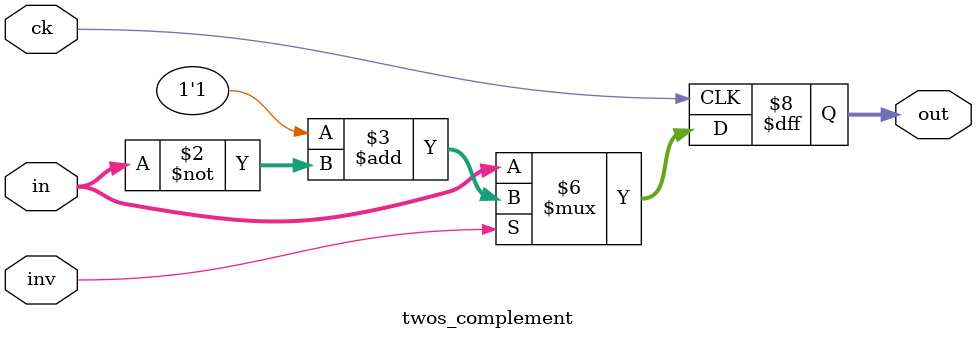
<source format=v>

   /*
    *
    */

module twos_complement
    #(parameter WIDTH=16)
   (input wire ck, 
    input wire inv, 
    input wire [(WIDTH-1):0] in, 
    output reg [(WIDTH-1):0] out
);

    initial out = 0;

    always @(posedge ck) begin
        if (inv)
            out <= 1'b1 + ~in;
        else
            out <= in;
    end

endmodule


</source>
